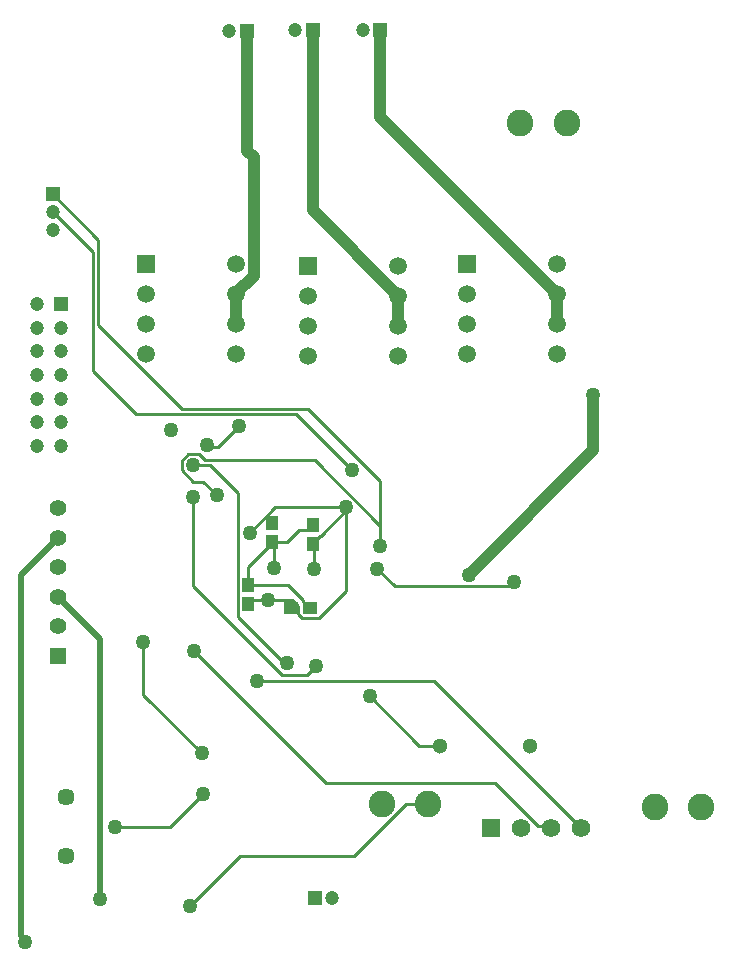
<source format=gbl>
G04*
G04 #@! TF.GenerationSoftware,Altium Limited,Altium Designer,23.10.1 (27)*
G04*
G04 Layer_Physical_Order=2*
G04 Layer_Color=16711680*
%FSLAX25Y25*%
%MOIN*%
G70*
G04*
G04 #@! TF.SameCoordinates,29CFA998-7EC6-4FDD-B126-FBB6EF8C8D2F*
G04*
G04*
G04 #@! TF.FilePolarity,Positive*
G04*
G01*
G75*
%ADD16C,0.01000*%
%ADD18C,0.01968*%
%ADD19R,0.04758X0.03985*%
%ADD27R,0.03985X0.04758*%
%ADD44C,0.08900*%
%ADD45C,0.06181*%
%ADD46R,0.06181X0.06181*%
%ADD47C,0.04724*%
%ADD48R,0.04724X0.04724*%
%ADD49R,0.04724X0.04724*%
%ADD50C,0.05118*%
%ADD51R,0.05512X0.05512*%
%ADD52C,0.05512*%
%ADD53C,0.05709*%
%ADD54C,0.05906*%
%ADD55R,0.05906X0.05906*%
%ADD56C,0.05000*%
%ADD57C,0.03937*%
D16*
X118150Y35127D02*
X135523Y52500D01*
X63500Y18500D02*
X80127Y35127D01*
X135523Y52500D02*
X143000D01*
X80127Y35127D02*
X118150D01*
X104500Y139729D02*
X105000Y139229D01*
Y131000D02*
Y139229D01*
X127000Y145356D02*
Y160157D01*
Y138500D02*
Y145356D01*
X105069Y167287D02*
X127000Y145356D01*
X68670Y167287D02*
X105069D01*
X60713Y167069D02*
X62931Y169287D01*
X60713Y163931D02*
Y167069D01*
Y163931D02*
X64546Y160098D01*
X67902D01*
X72500Y155500D01*
X62931Y169287D02*
X66670D01*
X68670Y167287D01*
X32949Y212254D02*
X60915Y184287D01*
X45500Y182500D02*
X99000D01*
X73000Y171500D02*
X80000Y178500D01*
X60915Y184287D02*
X102869D01*
X70157Y165500D02*
X79500Y156157D01*
X64500Y165500D02*
X70157D01*
X79500Y115000D02*
Y156157D01*
X31162Y196838D02*
X45500Y182500D01*
X31162Y196838D02*
Y236610D01*
X17772Y250000D02*
X31162Y236610D01*
X32949Y212254D02*
Y240728D01*
X17772Y255906D02*
X32949Y240728D01*
X131787Y125213D02*
X170213D01*
X171500Y126500D01*
X126000Y131000D02*
X131787Y125213D01*
X57000Y45000D02*
X68000Y56000D01*
X38500Y45000D02*
X57000D01*
X48000Y89000D02*
Y106500D01*
Y89000D02*
X67500Y69500D01*
X65000Y103500D02*
X108881Y59619D01*
X165073D01*
X179409Y45282D01*
X183218D01*
X184000Y44500D01*
X123500Y88500D02*
X140000Y72000D01*
X147000D01*
X79500Y115000D02*
X95000Y99500D01*
X96000D01*
X86000Y93500D02*
X145000D01*
X194000Y44500D01*
X64500Y125343D02*
Y155000D01*
Y125343D02*
X94343Y95500D01*
X83000Y119343D02*
X84157Y120500D01*
X97672D01*
X99458Y118713D01*
X115500Y150465D02*
Y151500D01*
Y123651D02*
Y150465D01*
X99458Y116007D02*
Y118713D01*
X106569Y114720D02*
X115500Y123651D01*
X100745Y114720D02*
X106569D01*
X99458Y116007D02*
X100745Y114720D01*
X101222Y120049D02*
Y120614D01*
X96179Y125657D02*
X101222Y120614D01*
X83000Y125657D02*
X96179D01*
X101222Y120049D02*
X103271Y118000D01*
X103657D01*
X83500Y143000D02*
X92000Y151500D01*
X115500D01*
X69814Y171500D02*
X73000D01*
X69157Y172157D02*
X69814Y171500D01*
X91500Y131223D02*
Y138957D01*
X104500Y139729D02*
X106761Y141991D01*
X107026D01*
X115500Y150465D01*
X102869Y184287D02*
X127000Y160157D01*
X99000Y182500D02*
X117500Y164000D01*
X83000Y131457D02*
X91000Y139457D01*
X102500Y95500D02*
X105500Y98500D01*
X94343Y95500D02*
X102500D01*
X91000Y139843D02*
X95782D01*
X91000Y139457D02*
X91500Y138957D01*
X83000Y125657D02*
Y131457D01*
X91000Y139457D02*
Y139843D01*
X99718Y143778D02*
X103008D01*
X95782Y139843D02*
X99718Y143778D01*
X103008D02*
X104500Y145271D01*
Y145657D01*
D18*
X8500Y6500D02*
Y7320D01*
X7169Y8651D02*
X8500Y7320D01*
X7169Y8651D02*
Y129039D01*
X19500Y141370D01*
X33500Y21000D02*
Y107685D01*
X19500Y121685D02*
X33500Y107685D01*
D19*
X97343Y118000D02*
D03*
X103657D02*
D03*
D27*
X83000Y119343D02*
D03*
Y125657D02*
D03*
X91000Y146157D02*
D03*
Y139843D02*
D03*
X104500Y139343D02*
D03*
Y145657D02*
D03*
D44*
X173500Y279500D02*
D03*
X189091D02*
D03*
X143000Y52500D02*
D03*
X127409D02*
D03*
X234000Y51500D02*
D03*
X218409D02*
D03*
D45*
X194000Y44500D02*
D03*
X184000D02*
D03*
X174000D02*
D03*
D46*
X164000D02*
D03*
D47*
X12626Y172004D02*
D03*
Y179878D02*
D03*
Y187752D02*
D03*
Y195626D02*
D03*
Y203500D02*
D03*
Y211374D02*
D03*
Y219248D02*
D03*
X20500Y172004D02*
D03*
Y179878D02*
D03*
Y187752D02*
D03*
Y195626D02*
D03*
Y203500D02*
D03*
Y211374D02*
D03*
X121047Y310701D02*
D03*
X110953Y21299D02*
D03*
X98547Y310701D02*
D03*
X76547Y310201D02*
D03*
X17772Y244094D02*
D03*
Y250000D02*
D03*
D48*
X20500Y219248D02*
D03*
X17772Y255906D02*
D03*
D49*
X126953Y310701D02*
D03*
X105047Y21299D02*
D03*
X104453Y310701D02*
D03*
X82453Y310201D02*
D03*
D50*
X177000Y72000D02*
D03*
X147000D02*
D03*
D51*
X19500Y102000D02*
D03*
D52*
Y111843D02*
D03*
Y121685D02*
D03*
Y131528D02*
D03*
Y141370D02*
D03*
Y151213D02*
D03*
D53*
X22130Y35221D02*
D03*
Y54905D02*
D03*
D54*
X186000Y202500D02*
D03*
Y212500D02*
D03*
Y222500D02*
D03*
Y232500D02*
D03*
X156000Y202500D02*
D03*
Y212500D02*
D03*
Y222500D02*
D03*
X133000Y222000D02*
D03*
Y212000D02*
D03*
X49000Y222500D02*
D03*
Y212500D02*
D03*
Y202500D02*
D03*
X79000Y232500D02*
D03*
Y222500D02*
D03*
Y212500D02*
D03*
Y202500D02*
D03*
X103000Y222000D02*
D03*
Y212000D02*
D03*
Y202000D02*
D03*
X133000Y232000D02*
D03*
Y202000D02*
D03*
D55*
X156000Y232500D02*
D03*
X49000D02*
D03*
X103000Y232000D02*
D03*
D56*
X63500Y18500D02*
D03*
X105000Y131000D02*
D03*
X80000Y178500D02*
D03*
X72500Y155500D02*
D03*
X171500Y126500D02*
D03*
X126000Y131000D02*
D03*
X68000Y56000D02*
D03*
X38500Y45000D02*
D03*
X48000Y106500D02*
D03*
X123500Y88500D02*
D03*
X96000Y99500D02*
D03*
X105500Y98500D02*
D03*
X64500Y155000D02*
D03*
X67500Y69500D02*
D03*
X8500Y6500D02*
D03*
X33500Y21000D02*
D03*
X89500Y120500D02*
D03*
X57199Y177149D02*
D03*
X69157Y172157D02*
D03*
X64500Y165500D02*
D03*
X83500Y143000D02*
D03*
X91500Y131223D02*
D03*
X115500Y151500D02*
D03*
X127000Y138500D02*
D03*
X117500Y164000D02*
D03*
X198000Y189000D02*
D03*
X156500Y129000D02*
D03*
X65000Y103500D02*
D03*
X86000Y93500D02*
D03*
D57*
X79000Y223033D02*
X84709Y228741D01*
X79000Y222500D02*
Y223033D01*
X84709Y228741D02*
Y268146D01*
X82453Y270402D02*
X84709Y268146D01*
X82453Y270402D02*
Y310201D01*
X104453Y250547D02*
X133000Y222000D01*
X104453Y250547D02*
Y310701D01*
X126953Y281547D02*
X186000Y222500D01*
X126953Y281547D02*
Y310701D01*
X186000Y212500D02*
Y222500D01*
X133000Y212000D02*
Y222000D01*
X79000Y212500D02*
Y222500D01*
X198000Y170500D02*
Y189000D01*
X156500Y129000D02*
X198000Y170500D01*
M02*

</source>
